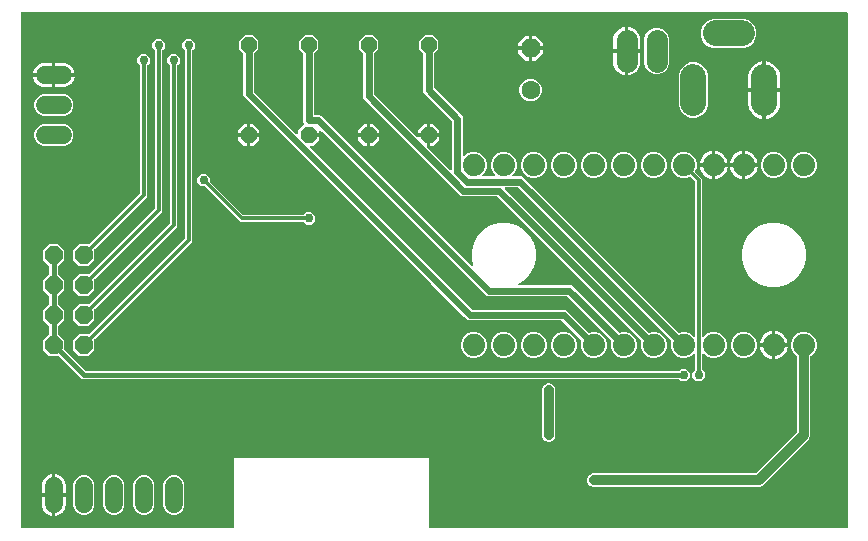
<source format=gbr>
G04 EAGLE Gerber X2 export*
%TF.Part,Single*%
%TF.FileFunction,Copper,L2,Bot,Mixed*%
%TF.FilePolarity,Positive*%
%TF.GenerationSoftware,Autodesk,EAGLE,9.1.0*%
%TF.CreationDate,2023-04-28T19:49:15Z*%
G75*
%MOMM*%
%FSLAX34Y34*%
%LPD*%
%AMOC8*
5,1,8,0,0,1.08239X$1,22.5*%
G01*
%ADD10C,1.879600*%
%ADD11P,1.649562X8X112.500000*%
%ADD12C,2.184400*%
%ADD13C,1.524000*%
%ADD14P,1.732040X8X112.500000*%
%ADD15C,1.600200*%
%ADD16C,1.800000*%
%ADD17P,1.429621X8X292.500000*%
%ADD18C,0.756400*%
%ADD19C,0.304800*%
%ADD20C,0.406400*%
%ADD21C,0.609600*%
%ADD22C,0.812800*%
%ADD23C,0.812800*%

G36*
X240558Y10164D02*
X240558Y10164D01*
X240577Y10162D01*
X240679Y10184D01*
X240781Y10200D01*
X240798Y10210D01*
X240818Y10214D01*
X240907Y10267D01*
X240998Y10316D01*
X241012Y10330D01*
X241029Y10340D01*
X241096Y10419D01*
X241168Y10494D01*
X241176Y10512D01*
X241189Y10527D01*
X241228Y10623D01*
X241271Y10717D01*
X241273Y10737D01*
X241281Y10755D01*
X241299Y10922D01*
X241299Y69850D01*
X241300Y69851D01*
X406400Y69851D01*
X406401Y69850D01*
X406401Y10922D01*
X406404Y10902D01*
X406402Y10883D01*
X406424Y10781D01*
X406440Y10679D01*
X406450Y10662D01*
X406454Y10642D01*
X406507Y10553D01*
X406556Y10462D01*
X406570Y10448D01*
X406580Y10431D01*
X406659Y10364D01*
X406734Y10292D01*
X406752Y10284D01*
X406767Y10271D01*
X406863Y10232D01*
X406957Y10189D01*
X406977Y10187D01*
X406995Y10179D01*
X407162Y10161D01*
X760478Y10161D01*
X760498Y10164D01*
X760517Y10162D01*
X760619Y10184D01*
X760721Y10200D01*
X760738Y10210D01*
X760758Y10214D01*
X760847Y10267D01*
X760938Y10316D01*
X760952Y10330D01*
X760969Y10340D01*
X761036Y10419D01*
X761108Y10494D01*
X761116Y10512D01*
X761129Y10527D01*
X761168Y10623D01*
X761211Y10717D01*
X761213Y10737D01*
X761221Y10755D01*
X761239Y10922D01*
X761239Y446178D01*
X761236Y446198D01*
X761238Y446217D01*
X761216Y446319D01*
X761200Y446421D01*
X761190Y446438D01*
X761186Y446458D01*
X761133Y446547D01*
X761084Y446638D01*
X761070Y446652D01*
X761060Y446669D01*
X760981Y446736D01*
X760906Y446808D01*
X760888Y446816D01*
X760873Y446829D01*
X760777Y446868D01*
X760683Y446911D01*
X760663Y446913D01*
X760645Y446921D01*
X760478Y446939D01*
X61722Y446939D01*
X61702Y446936D01*
X61683Y446938D01*
X61581Y446916D01*
X61479Y446900D01*
X61462Y446890D01*
X61442Y446886D01*
X61353Y446833D01*
X61262Y446784D01*
X61248Y446770D01*
X61231Y446760D01*
X61164Y446681D01*
X61092Y446606D01*
X61084Y446588D01*
X61071Y446573D01*
X61032Y446477D01*
X60989Y446383D01*
X60987Y446363D01*
X60979Y446345D01*
X60961Y446178D01*
X60961Y10922D01*
X60964Y10902D01*
X60962Y10883D01*
X60984Y10781D01*
X61000Y10679D01*
X61010Y10662D01*
X61014Y10642D01*
X61067Y10553D01*
X61116Y10462D01*
X61130Y10448D01*
X61140Y10431D01*
X61219Y10364D01*
X61294Y10292D01*
X61312Y10284D01*
X61327Y10271D01*
X61423Y10232D01*
X61517Y10189D01*
X61537Y10187D01*
X61555Y10179D01*
X61722Y10161D01*
X240538Y10161D01*
X240558Y10164D01*
G37*
%LPC*%
G36*
X543927Y154177D02*
X543927Y154177D01*
X539913Y155840D01*
X536840Y158913D01*
X535177Y162927D01*
X535177Y167273D01*
X535651Y168417D01*
X535678Y168531D01*
X535707Y168644D01*
X535706Y168651D01*
X535708Y168657D01*
X535697Y168773D01*
X535687Y168890D01*
X535685Y168895D01*
X535684Y168902D01*
X535637Y169009D01*
X535591Y169116D01*
X535586Y169122D01*
X535584Y169126D01*
X535572Y169140D01*
X535486Y169247D01*
X519029Y185704D01*
X518955Y185757D01*
X518885Y185817D01*
X518855Y185829D01*
X518829Y185848D01*
X518742Y185875D01*
X518657Y185909D01*
X518616Y185913D01*
X518594Y185920D01*
X518562Y185919D01*
X518491Y185927D01*
X439501Y185927D01*
X436599Y188829D01*
X409526Y215902D01*
X252329Y373099D01*
X249427Y376001D01*
X249427Y411862D01*
X249413Y411952D01*
X249405Y412043D01*
X249393Y412072D01*
X249388Y412104D01*
X249345Y412185D01*
X249309Y412269D01*
X249283Y412301D01*
X249272Y412322D01*
X249249Y412344D01*
X249204Y412400D01*
X245871Y415733D01*
X245871Y422467D01*
X250633Y427229D01*
X257367Y427229D01*
X262129Y422467D01*
X262129Y415733D01*
X258796Y412400D01*
X258743Y412326D01*
X258683Y412257D01*
X258671Y412226D01*
X258652Y412200D01*
X258625Y412113D01*
X258591Y412028D01*
X258587Y411987D01*
X258580Y411965D01*
X258581Y411933D01*
X258573Y411862D01*
X258573Y380104D01*
X258574Y380094D01*
X258574Y380089D01*
X258580Y380061D01*
X258587Y380014D01*
X258595Y379923D01*
X258607Y379893D01*
X258612Y379861D01*
X258655Y379781D01*
X258691Y379697D01*
X258717Y379665D01*
X258728Y379644D01*
X258751Y379622D01*
X258796Y379566D01*
X294356Y344006D01*
X294414Y343964D01*
X294466Y343915D01*
X294513Y343893D01*
X294555Y343862D01*
X294624Y343841D01*
X294689Y343811D01*
X294741Y343805D01*
X294791Y343790D01*
X294862Y343792D01*
X294933Y343784D01*
X294984Y343795D01*
X295036Y343796D01*
X295104Y343821D01*
X295174Y343836D01*
X295218Y343863D01*
X295267Y343881D01*
X295323Y343926D01*
X295385Y343962D01*
X295419Y344002D01*
X295459Y344034D01*
X295498Y344095D01*
X295545Y344149D01*
X295564Y344198D01*
X295592Y344241D01*
X295610Y344311D01*
X295637Y344377D01*
X295645Y344449D01*
X295653Y344480D01*
X295651Y344503D01*
X295655Y344544D01*
X295655Y346688D01*
X300912Y351945D01*
X300924Y351961D01*
X300939Y351973D01*
X300995Y352060D01*
X301056Y352144D01*
X301061Y352163D01*
X301072Y352180D01*
X301097Y352281D01*
X301128Y352379D01*
X301127Y352399D01*
X301132Y352419D01*
X301124Y352522D01*
X301122Y352625D01*
X301115Y352644D01*
X301113Y352664D01*
X301073Y352759D01*
X301037Y352856D01*
X301025Y352872D01*
X301017Y352890D01*
X300912Y353021D01*
X300227Y353706D01*
X300227Y411862D01*
X300213Y411952D01*
X300205Y412043D01*
X300193Y412072D01*
X300188Y412104D01*
X300145Y412185D01*
X300109Y412269D01*
X300083Y412301D01*
X300072Y412322D01*
X300049Y412344D01*
X300004Y412400D01*
X296671Y415733D01*
X296671Y422467D01*
X301433Y427229D01*
X308167Y427229D01*
X312929Y422467D01*
X312929Y415733D01*
X309596Y412400D01*
X309543Y412326D01*
X309483Y412257D01*
X309471Y412226D01*
X309452Y412200D01*
X309425Y412113D01*
X309391Y412028D01*
X309387Y411987D01*
X309380Y411965D01*
X309381Y411933D01*
X309373Y411862D01*
X309373Y360934D01*
X309376Y360914D01*
X309374Y360895D01*
X309396Y360793D01*
X309412Y360691D01*
X309422Y360674D01*
X309426Y360654D01*
X309479Y360565D01*
X309528Y360474D01*
X309542Y360460D01*
X309552Y360443D01*
X309631Y360376D01*
X309706Y360304D01*
X309724Y360296D01*
X309739Y360283D01*
X309835Y360244D01*
X309929Y360201D01*
X309949Y360199D01*
X309967Y360191D01*
X310134Y360173D01*
X314748Y360173D01*
X442734Y232187D01*
X442773Y232159D01*
X442805Y232124D01*
X442872Y232088D01*
X442933Y232044D01*
X442979Y232029D01*
X443021Y232006D01*
X443096Y231993D01*
X443169Y231971D01*
X443216Y231972D01*
X443264Y231964D01*
X443339Y231976D01*
X443414Y231978D01*
X443460Y231994D01*
X443507Y232001D01*
X443574Y232036D01*
X443645Y232062D01*
X443683Y232092D01*
X443725Y232114D01*
X443778Y232168D01*
X443837Y232216D01*
X443863Y232256D01*
X443897Y232290D01*
X443929Y232359D01*
X443970Y232423D01*
X443982Y232469D01*
X444003Y232512D01*
X444012Y232588D01*
X444031Y232661D01*
X444027Y232709D01*
X444033Y232757D01*
X444013Y232884D01*
X444011Y232906D01*
X444009Y232912D01*
X444007Y232922D01*
X442721Y237722D01*
X442721Y244878D01*
X444573Y251791D01*
X448152Y257988D01*
X453212Y263048D01*
X459409Y266627D01*
X466322Y268479D01*
X473478Y268479D01*
X480391Y266627D01*
X486588Y263048D01*
X491648Y257988D01*
X495227Y251791D01*
X497079Y244878D01*
X497079Y237722D01*
X495227Y230809D01*
X491648Y224612D01*
X486588Y219552D01*
X482285Y217067D01*
X482248Y217037D01*
X482206Y217014D01*
X482153Y216959D01*
X482095Y216911D01*
X482069Y216871D01*
X482036Y216836D01*
X482004Y216767D01*
X481964Y216703D01*
X481953Y216656D01*
X481933Y216613D01*
X481924Y216538D01*
X481907Y216464D01*
X481911Y216416D01*
X481905Y216369D01*
X481922Y216294D01*
X481928Y216219D01*
X481948Y216175D01*
X481958Y216128D01*
X481997Y216063D01*
X482027Y215994D01*
X482059Y215958D01*
X482084Y215917D01*
X482141Y215868D01*
X482192Y215812D01*
X482234Y215788D01*
X482271Y215757D01*
X482341Y215729D01*
X482407Y215692D01*
X482454Y215683D01*
X482499Y215665D01*
X482627Y215651D01*
X482649Y215647D01*
X482656Y215648D01*
X482666Y215647D01*
X527420Y215647D01*
X567353Y175714D01*
X567447Y175646D01*
X567542Y175576D01*
X567548Y175574D01*
X567553Y175570D01*
X567664Y175536D01*
X567776Y175500D01*
X567782Y175500D01*
X567788Y175498D01*
X567905Y175501D01*
X568022Y175502D01*
X568029Y175504D01*
X568034Y175504D01*
X568051Y175511D01*
X568183Y175549D01*
X569327Y176023D01*
X573673Y176023D01*
X577687Y174360D01*
X580760Y171287D01*
X582423Y167273D01*
X582423Y162927D01*
X580760Y158913D01*
X577687Y155840D01*
X573673Y154177D01*
X569327Y154177D01*
X565313Y155840D01*
X562240Y158913D01*
X560577Y162927D01*
X560577Y167273D01*
X561051Y168417D01*
X561078Y168531D01*
X561107Y168644D01*
X561106Y168651D01*
X561108Y168657D01*
X561097Y168773D01*
X561087Y168890D01*
X561085Y168895D01*
X561084Y168902D01*
X561037Y169009D01*
X560991Y169116D01*
X560986Y169122D01*
X560984Y169126D01*
X560972Y169140D01*
X560886Y169247D01*
X523855Y206278D01*
X523781Y206331D01*
X523711Y206391D01*
X523681Y206403D01*
X523655Y206422D01*
X523568Y206449D01*
X523483Y206483D01*
X523442Y206487D01*
X523420Y206494D01*
X523388Y206493D01*
X523317Y206501D01*
X455486Y206501D01*
X315244Y346743D01*
X315186Y346785D01*
X315134Y346834D01*
X315087Y346856D01*
X315045Y346886D01*
X314976Y346907D01*
X314911Y346938D01*
X314859Y346943D01*
X314809Y346959D01*
X314738Y346957D01*
X314667Y346965D01*
X314616Y346954D01*
X314564Y346952D01*
X314496Y346928D01*
X314426Y346913D01*
X314382Y346886D01*
X314333Y346868D01*
X314277Y346823D01*
X314215Y346786D01*
X314181Y346747D01*
X314141Y346714D01*
X314102Y346654D01*
X314055Y346599D01*
X314036Y346551D01*
X314008Y346507D01*
X313990Y346438D01*
X313963Y346371D01*
X313955Y346300D01*
X313947Y346269D01*
X313949Y346246D01*
X313945Y346205D01*
X313945Y344423D01*
X305562Y344423D01*
X305542Y344420D01*
X305523Y344422D01*
X305421Y344400D01*
X305319Y344383D01*
X305302Y344374D01*
X305282Y344370D01*
X305193Y344317D01*
X305102Y344268D01*
X305088Y344254D01*
X305071Y344244D01*
X305004Y344165D01*
X304933Y344090D01*
X304924Y344072D01*
X304911Y344057D01*
X304873Y343961D01*
X304829Y343867D01*
X304827Y343847D01*
X304819Y343829D01*
X304801Y343662D01*
X304801Y342138D01*
X304804Y342118D01*
X304802Y342099D01*
X304824Y341997D01*
X304841Y341895D01*
X304850Y341878D01*
X304854Y341858D01*
X304907Y341769D01*
X304956Y341678D01*
X304970Y341664D01*
X304980Y341647D01*
X305059Y341580D01*
X305134Y341509D01*
X305152Y341500D01*
X305167Y341487D01*
X305263Y341448D01*
X305357Y341405D01*
X305377Y341403D01*
X305395Y341395D01*
X305562Y341377D01*
X313945Y341377D01*
X313945Y339112D01*
X308588Y333755D01*
X306444Y333755D01*
X306373Y333744D01*
X306302Y333742D01*
X306253Y333724D01*
X306201Y333716D01*
X306138Y333682D01*
X306071Y333657D01*
X306030Y333625D01*
X305984Y333600D01*
X305935Y333548D01*
X305879Y333504D01*
X305850Y333460D01*
X305815Y333422D01*
X305784Y333357D01*
X305746Y333297D01*
X305733Y333246D01*
X305711Y333199D01*
X305703Y333128D01*
X305686Y333058D01*
X305690Y333006D01*
X305684Y332955D01*
X305699Y332884D01*
X305705Y332813D01*
X305725Y332765D01*
X305736Y332714D01*
X305773Y332653D01*
X305801Y332587D01*
X305846Y332531D01*
X305862Y332503D01*
X305880Y332488D01*
X305906Y332456D01*
X415993Y222369D01*
X415993Y222368D01*
X443066Y195296D01*
X443140Y195243D01*
X443209Y195183D01*
X443239Y195171D01*
X443266Y195152D01*
X443352Y195125D01*
X443437Y195091D01*
X443478Y195087D01*
X443501Y195080D01*
X443533Y195081D01*
X443604Y195073D01*
X522594Y195073D01*
X541953Y175714D01*
X542047Y175646D01*
X542142Y175576D01*
X542148Y175574D01*
X542153Y175570D01*
X542264Y175536D01*
X542376Y175500D01*
X542382Y175500D01*
X542388Y175498D01*
X542505Y175501D01*
X542622Y175502D01*
X542629Y175504D01*
X542634Y175504D01*
X542651Y175511D01*
X542783Y175549D01*
X543927Y176023D01*
X548273Y176023D01*
X552287Y174360D01*
X555360Y171287D01*
X557023Y167273D01*
X557023Y162927D01*
X555360Y158913D01*
X552287Y155840D01*
X548273Y154177D01*
X543927Y154177D01*
G37*
%LPD*%
%LPC*%
G36*
X632802Y134393D02*
X632802Y134393D01*
X629693Y137502D01*
X629693Y141898D01*
X631728Y143933D01*
X631781Y144007D01*
X631841Y144077D01*
X631853Y144107D01*
X631872Y144133D01*
X631899Y144220D01*
X631933Y144305D01*
X631937Y144346D01*
X631944Y144368D01*
X631943Y144400D01*
X631951Y144471D01*
X631951Y157466D01*
X631940Y157537D01*
X631938Y157609D01*
X631920Y157658D01*
X631912Y157709D01*
X631878Y157772D01*
X631853Y157840D01*
X631821Y157880D01*
X631796Y157927D01*
X631744Y157976D01*
X631700Y158032D01*
X631656Y158060D01*
X631618Y158096D01*
X631553Y158126D01*
X631493Y158165D01*
X631442Y158178D01*
X631395Y158200D01*
X631324Y158207D01*
X631254Y158225D01*
X631202Y158221D01*
X631151Y158227D01*
X631080Y158211D01*
X631009Y158206D01*
X630961Y158185D01*
X630910Y158174D01*
X630849Y158138D01*
X630783Y158109D01*
X630727Y158065D01*
X630699Y158048D01*
X630684Y158030D01*
X630652Y158005D01*
X628487Y155840D01*
X624473Y154177D01*
X620127Y154177D01*
X616113Y155840D01*
X613040Y158913D01*
X611377Y162927D01*
X611377Y167273D01*
X611851Y168417D01*
X611878Y168531D01*
X611907Y168644D01*
X611906Y168651D01*
X611908Y168657D01*
X611897Y168773D01*
X611887Y168890D01*
X611885Y168895D01*
X611884Y168902D01*
X611836Y169010D01*
X611791Y169116D01*
X611787Y169122D01*
X611784Y169126D01*
X611772Y169140D01*
X611686Y169247D01*
X482199Y298734D01*
X482125Y298787D01*
X482055Y298847D01*
X482025Y298859D01*
X481999Y298878D01*
X481912Y298905D01*
X481827Y298939D01*
X481786Y298943D01*
X481764Y298950D01*
X481732Y298949D01*
X481661Y298957D01*
X471347Y298957D01*
X471277Y298946D01*
X471205Y298944D01*
X471156Y298926D01*
X471105Y298918D01*
X471041Y298884D01*
X470974Y298859D01*
X470933Y298827D01*
X470887Y298802D01*
X470838Y298750D01*
X470782Y298706D01*
X470754Y298662D01*
X470718Y298624D01*
X470688Y298559D01*
X470649Y298499D01*
X470636Y298448D01*
X470614Y298401D01*
X470606Y298330D01*
X470589Y298260D01*
X470593Y298208D01*
X470587Y298157D01*
X470602Y298086D01*
X470608Y298015D01*
X470628Y297967D01*
X470639Y297916D01*
X470676Y297855D01*
X470704Y297789D01*
X470749Y297733D01*
X470766Y297705D01*
X470783Y297690D01*
X470809Y297658D01*
X470886Y297581D01*
X592753Y175714D01*
X592847Y175646D01*
X592942Y175576D01*
X592948Y175574D01*
X592953Y175570D01*
X593064Y175536D01*
X593176Y175500D01*
X593182Y175500D01*
X593188Y175498D01*
X593305Y175501D01*
X593422Y175502D01*
X593429Y175504D01*
X593434Y175504D01*
X593451Y175511D01*
X593583Y175549D01*
X594727Y176023D01*
X599073Y176023D01*
X603087Y174360D01*
X606160Y171287D01*
X607823Y167273D01*
X607823Y162927D01*
X606160Y158913D01*
X603087Y155840D01*
X599073Y154177D01*
X594727Y154177D01*
X590713Y155840D01*
X587640Y158913D01*
X585977Y162927D01*
X585977Y167273D01*
X586451Y168417D01*
X586478Y168531D01*
X586507Y168644D01*
X586506Y168651D01*
X586508Y168657D01*
X586497Y168773D01*
X586487Y168890D01*
X586485Y168895D01*
X586484Y168902D01*
X586437Y169009D01*
X586391Y169116D01*
X586386Y169122D01*
X586384Y169126D01*
X586372Y169140D01*
X586286Y169247D01*
X464419Y291114D01*
X464345Y291167D01*
X464275Y291227D01*
X464245Y291239D01*
X464219Y291258D01*
X464132Y291285D01*
X464047Y291319D01*
X464006Y291323D01*
X463984Y291330D01*
X463952Y291329D01*
X463881Y291337D01*
X433663Y291337D01*
X351027Y373973D01*
X351027Y411862D01*
X351013Y411952D01*
X351005Y412043D01*
X350993Y412072D01*
X350988Y412104D01*
X350945Y412185D01*
X350909Y412269D01*
X350883Y412301D01*
X350872Y412322D01*
X350849Y412344D01*
X350804Y412400D01*
X347471Y415733D01*
X347471Y422467D01*
X352233Y427229D01*
X358967Y427229D01*
X363729Y422467D01*
X363729Y415733D01*
X360396Y412400D01*
X360343Y412326D01*
X360283Y412257D01*
X360271Y412226D01*
X360252Y412200D01*
X360225Y412113D01*
X360191Y412028D01*
X360187Y411987D01*
X360180Y411965D01*
X360181Y411933D01*
X360173Y411862D01*
X360173Y378076D01*
X360187Y377986D01*
X360195Y377895D01*
X360207Y377866D01*
X360212Y377834D01*
X360255Y377753D01*
X360291Y377669D01*
X360317Y377637D01*
X360328Y377616D01*
X360351Y377594D01*
X360396Y377538D01*
X396334Y341600D01*
X396408Y341547D01*
X396478Y341487D01*
X396508Y341475D01*
X396534Y341456D01*
X396621Y341429D01*
X396706Y341395D01*
X396747Y341391D01*
X396769Y341384D01*
X396801Y341385D01*
X396872Y341377D01*
X404877Y341377D01*
X404877Y333372D01*
X404892Y333282D01*
X404899Y333191D01*
X404911Y333162D01*
X404917Y333130D01*
X404959Y333049D01*
X404995Y332965D01*
X405021Y332933D01*
X405032Y332912D01*
X405055Y332890D01*
X405100Y332834D01*
X424658Y313276D01*
X424716Y313234D01*
X424768Y313185D01*
X424815Y313163D01*
X424857Y313133D01*
X424926Y313112D01*
X424991Y313081D01*
X425043Y313076D01*
X425093Y313060D01*
X425164Y313062D01*
X425235Y313054D01*
X425286Y313065D01*
X425338Y313067D01*
X425406Y313091D01*
X425476Y313106D01*
X425521Y313133D01*
X425569Y313151D01*
X425625Y313196D01*
X425687Y313233D01*
X425721Y313272D01*
X425761Y313305D01*
X425800Y313365D01*
X425847Y313420D01*
X425866Y313468D01*
X425894Y313512D01*
X425912Y313581D01*
X425939Y313648D01*
X425947Y313719D01*
X425955Y313750D01*
X425953Y313773D01*
X425957Y313814D01*
X425957Y354661D01*
X425943Y354751D01*
X425935Y354842D01*
X425923Y354871D01*
X425918Y354903D01*
X425875Y354984D01*
X425839Y355068D01*
X425813Y355100D01*
X425802Y355121D01*
X425779Y355143D01*
X425734Y355199D01*
X401827Y379106D01*
X401827Y411862D01*
X401813Y411952D01*
X401805Y412043D01*
X401793Y412072D01*
X401788Y412104D01*
X401745Y412185D01*
X401709Y412269D01*
X401683Y412301D01*
X401672Y412322D01*
X401649Y412344D01*
X401604Y412400D01*
X398271Y415733D01*
X398271Y422467D01*
X403033Y427229D01*
X409767Y427229D01*
X414529Y422467D01*
X414529Y415733D01*
X411196Y412400D01*
X411143Y412326D01*
X411083Y412257D01*
X411071Y412226D01*
X411052Y412200D01*
X411025Y412113D01*
X410991Y412028D01*
X410987Y411987D01*
X410980Y411965D01*
X410981Y411933D01*
X410973Y411862D01*
X410973Y383209D01*
X410987Y383119D01*
X410995Y383028D01*
X411007Y382999D01*
X411012Y382967D01*
X411055Y382886D01*
X411091Y382802D01*
X411117Y382770D01*
X411128Y382749D01*
X411151Y382727D01*
X411196Y382671D01*
X435103Y358764D01*
X435103Y325388D01*
X435114Y325317D01*
X435116Y325245D01*
X435134Y325196D01*
X435142Y325145D01*
X435176Y325082D01*
X435201Y325014D01*
X435233Y324974D01*
X435258Y324927D01*
X435310Y324878D01*
X435354Y324822D01*
X435398Y324794D01*
X435436Y324758D01*
X435501Y324728D01*
X435561Y324689D01*
X435612Y324676D01*
X435659Y324654D01*
X435730Y324647D01*
X435800Y324629D01*
X435852Y324633D01*
X435903Y324627D01*
X435974Y324643D01*
X436045Y324648D01*
X436093Y324669D01*
X436144Y324680D01*
X436205Y324716D01*
X436271Y324745D01*
X436327Y324789D01*
X436355Y324806D01*
X436370Y324824D01*
X436402Y324849D01*
X438313Y326760D01*
X442327Y328423D01*
X446673Y328423D01*
X450687Y326760D01*
X453760Y323687D01*
X455423Y319673D01*
X455423Y315327D01*
X453760Y311313D01*
X451849Y309402D01*
X451807Y309344D01*
X451758Y309292D01*
X451736Y309245D01*
X451706Y309203D01*
X451685Y309134D01*
X451654Y309069D01*
X451649Y309017D01*
X451633Y308967D01*
X451635Y308896D01*
X451627Y308825D01*
X451638Y308774D01*
X451640Y308722D01*
X451664Y308654D01*
X451680Y308584D01*
X451706Y308539D01*
X451724Y308491D01*
X451769Y308435D01*
X451806Y308373D01*
X451845Y308339D01*
X451878Y308299D01*
X451938Y308260D01*
X451993Y308213D01*
X452041Y308194D01*
X452085Y308166D01*
X452154Y308148D01*
X452221Y308121D01*
X452292Y308113D01*
X452323Y308105D01*
X452347Y308107D01*
X452388Y308103D01*
X462012Y308103D01*
X462083Y308114D01*
X462155Y308116D01*
X462204Y308134D01*
X462255Y308142D01*
X462318Y308176D01*
X462386Y308201D01*
X462426Y308233D01*
X462473Y308258D01*
X462522Y308310D01*
X462578Y308354D01*
X462606Y308398D01*
X462642Y308436D01*
X462672Y308501D01*
X462711Y308561D01*
X462724Y308612D01*
X462746Y308659D01*
X462753Y308730D01*
X462771Y308800D01*
X462767Y308852D01*
X462773Y308903D01*
X462757Y308974D01*
X462752Y309045D01*
X462731Y309093D01*
X462720Y309144D01*
X462684Y309205D01*
X462655Y309271D01*
X462611Y309327D01*
X462594Y309355D01*
X462576Y309370D01*
X462551Y309402D01*
X460640Y311313D01*
X458977Y315327D01*
X458977Y319673D01*
X460640Y323687D01*
X463713Y326760D01*
X467727Y328423D01*
X472073Y328423D01*
X476087Y326760D01*
X479160Y323687D01*
X480823Y319673D01*
X480823Y315327D01*
X479160Y311313D01*
X477249Y309402D01*
X477207Y309344D01*
X477158Y309292D01*
X477136Y309245D01*
X477106Y309203D01*
X477085Y309134D01*
X477054Y309069D01*
X477049Y309017D01*
X477033Y308967D01*
X477035Y308896D01*
X477027Y308825D01*
X477038Y308774D01*
X477040Y308722D01*
X477064Y308654D01*
X477080Y308584D01*
X477106Y308539D01*
X477124Y308491D01*
X477169Y308435D01*
X477206Y308373D01*
X477245Y308339D01*
X477278Y308299D01*
X477338Y308260D01*
X477393Y308213D01*
X477441Y308194D01*
X477485Y308166D01*
X477554Y308148D01*
X477621Y308121D01*
X477692Y308113D01*
X477723Y308105D01*
X477747Y308107D01*
X477788Y308103D01*
X485764Y308103D01*
X488666Y305201D01*
X618153Y175714D01*
X618248Y175645D01*
X618342Y175576D01*
X618348Y175574D01*
X618353Y175570D01*
X618464Y175536D01*
X618576Y175500D01*
X618582Y175500D01*
X618588Y175498D01*
X618705Y175501D01*
X618822Y175502D01*
X618829Y175504D01*
X618834Y175504D01*
X618851Y175511D01*
X618983Y175549D01*
X620127Y176023D01*
X624473Y176023D01*
X628487Y174360D01*
X630652Y172195D01*
X630710Y172153D01*
X630762Y172104D01*
X630809Y172082D01*
X630851Y172052D01*
X630920Y172031D01*
X630985Y172000D01*
X631037Y171995D01*
X631087Y171979D01*
X631158Y171981D01*
X631229Y171973D01*
X631280Y171984D01*
X631332Y171986D01*
X631400Y172010D01*
X631470Y172026D01*
X631515Y172052D01*
X631563Y172070D01*
X631619Y172115D01*
X631681Y172152D01*
X631715Y172191D01*
X631755Y172224D01*
X631794Y172284D01*
X631841Y172339D01*
X631860Y172387D01*
X631888Y172431D01*
X631906Y172500D01*
X631933Y172567D01*
X631941Y172638D01*
X631949Y172669D01*
X631947Y172693D01*
X631951Y172734D01*
X631951Y303222D01*
X631937Y303312D01*
X631929Y303403D01*
X631917Y303433D01*
X631912Y303465D01*
X631869Y303545D01*
X631833Y303629D01*
X631807Y303661D01*
X631796Y303682D01*
X631773Y303704D01*
X631756Y303725D01*
X631752Y303733D01*
X631747Y303737D01*
X631728Y303760D01*
X627971Y307518D01*
X627876Y307585D01*
X627782Y307656D01*
X627776Y307658D01*
X627771Y307661D01*
X627660Y307695D01*
X627548Y307732D01*
X627542Y307732D01*
X627536Y307734D01*
X627419Y307730D01*
X627302Y307729D01*
X627295Y307727D01*
X627290Y307727D01*
X627273Y307721D01*
X627141Y307683D01*
X624473Y306577D01*
X620127Y306577D01*
X616113Y308240D01*
X613040Y311313D01*
X611377Y315327D01*
X611377Y319673D01*
X613040Y323687D01*
X616113Y326760D01*
X620127Y328423D01*
X624473Y328423D01*
X628487Y326760D01*
X631560Y323687D01*
X633223Y319673D01*
X633223Y315327D01*
X632117Y312659D01*
X632107Y312616D01*
X632091Y312582D01*
X632085Y312522D01*
X632062Y312432D01*
X632063Y312425D01*
X632061Y312419D01*
X632067Y312360D01*
X632064Y312338D01*
X632072Y312301D01*
X632081Y312186D01*
X632084Y312181D01*
X632084Y312174D01*
X632115Y312106D01*
X632117Y312097D01*
X632125Y312084D01*
X632132Y312067D01*
X632178Y311960D01*
X632182Y311954D01*
X632184Y311950D01*
X632197Y311936D01*
X632282Y311829D01*
X638049Y306063D01*
X638049Y172734D01*
X638060Y172663D01*
X638062Y172591D01*
X638080Y172542D01*
X638088Y172491D01*
X638122Y172428D01*
X638147Y172360D01*
X638179Y172320D01*
X638204Y172273D01*
X638256Y172224D01*
X638300Y172168D01*
X638344Y172140D01*
X638382Y172104D01*
X638447Y172074D01*
X638507Y172035D01*
X638558Y172022D01*
X638605Y172000D01*
X638676Y171993D01*
X638746Y171975D01*
X638798Y171979D01*
X638849Y171973D01*
X638920Y171989D01*
X638991Y171994D01*
X639039Y172015D01*
X639090Y172026D01*
X639151Y172062D01*
X639217Y172091D01*
X639273Y172135D01*
X639301Y172152D01*
X639316Y172170D01*
X639348Y172195D01*
X641513Y174360D01*
X645527Y176023D01*
X649873Y176023D01*
X653887Y174360D01*
X656960Y171287D01*
X658623Y167273D01*
X658623Y162927D01*
X656960Y158913D01*
X653887Y155840D01*
X649873Y154177D01*
X645527Y154177D01*
X641513Y155840D01*
X639348Y158005D01*
X639290Y158047D01*
X639238Y158096D01*
X639191Y158118D01*
X639149Y158148D01*
X639080Y158169D01*
X639015Y158200D01*
X638963Y158205D01*
X638913Y158221D01*
X638842Y158219D01*
X638771Y158227D01*
X638720Y158216D01*
X638668Y158214D01*
X638600Y158190D01*
X638530Y158174D01*
X638485Y158148D01*
X638437Y158130D01*
X638381Y158085D01*
X638319Y158048D01*
X638285Y158009D01*
X638245Y157976D01*
X638206Y157916D01*
X638159Y157861D01*
X638140Y157813D01*
X638112Y157769D01*
X638094Y157700D01*
X638067Y157633D01*
X638059Y157562D01*
X638051Y157531D01*
X638053Y157507D01*
X638049Y157466D01*
X638049Y144471D01*
X638063Y144381D01*
X638071Y144290D01*
X638083Y144261D01*
X638088Y144229D01*
X638131Y144148D01*
X638167Y144064D01*
X638193Y144032D01*
X638204Y144011D01*
X638227Y143989D01*
X638272Y143933D01*
X640307Y141898D01*
X640307Y137502D01*
X637198Y134393D01*
X632802Y134393D01*
G37*
%LPD*%
%LPC*%
G36*
X620102Y134393D02*
X620102Y134393D01*
X618575Y135920D01*
X618501Y135973D01*
X618431Y136033D01*
X618401Y136045D01*
X618375Y136064D01*
X618288Y136091D01*
X618203Y136125D01*
X618162Y136129D01*
X618140Y136136D01*
X618108Y136135D01*
X618037Y136143D01*
X112827Y136143D01*
X93238Y155732D01*
X93164Y155785D01*
X93094Y155845D01*
X93064Y155857D01*
X93038Y155876D01*
X92951Y155903D01*
X92866Y155937D01*
X92825Y155941D01*
X92803Y155948D01*
X92771Y155947D01*
X92699Y155955D01*
X85112Y155955D01*
X79755Y161312D01*
X79755Y168888D01*
X85120Y174253D01*
X85173Y174327D01*
X85233Y174396D01*
X85245Y174426D01*
X85264Y174453D01*
X85291Y174540D01*
X85325Y174624D01*
X85329Y174665D01*
X85336Y174688D01*
X85335Y174720D01*
X85343Y174791D01*
X85343Y180809D01*
X85329Y180899D01*
X85321Y180990D01*
X85309Y181020D01*
X85304Y181052D01*
X85261Y181132D01*
X85225Y181216D01*
X85199Y181248D01*
X85188Y181269D01*
X85165Y181291D01*
X85120Y181347D01*
X79755Y186712D01*
X79755Y194288D01*
X85120Y199653D01*
X85173Y199727D01*
X85233Y199796D01*
X85245Y199826D01*
X85264Y199853D01*
X85291Y199940D01*
X85325Y200024D01*
X85329Y200065D01*
X85336Y200088D01*
X85335Y200120D01*
X85343Y200191D01*
X85343Y206209D01*
X85329Y206299D01*
X85321Y206390D01*
X85309Y206420D01*
X85304Y206452D01*
X85261Y206532D01*
X85225Y206616D01*
X85199Y206648D01*
X85188Y206669D01*
X85165Y206691D01*
X85120Y206747D01*
X79755Y212112D01*
X79755Y219688D01*
X85120Y225053D01*
X85172Y225125D01*
X85212Y225166D01*
X85217Y225177D01*
X85233Y225196D01*
X85245Y225226D01*
X85264Y225253D01*
X85288Y225331D01*
X85315Y225389D01*
X85317Y225405D01*
X85325Y225424D01*
X85329Y225465D01*
X85336Y225488D01*
X85335Y225520D01*
X85343Y225591D01*
X85343Y231609D01*
X85329Y231699D01*
X85321Y231790D01*
X85309Y231820D01*
X85304Y231852D01*
X85261Y231932D01*
X85225Y232016D01*
X85199Y232048D01*
X85188Y232069D01*
X85165Y232091D01*
X85120Y232147D01*
X79755Y237512D01*
X79755Y245088D01*
X85112Y250445D01*
X92688Y250445D01*
X98045Y245088D01*
X98045Y237512D01*
X92680Y232147D01*
X92627Y232073D01*
X92567Y232004D01*
X92555Y231974D01*
X92536Y231947D01*
X92509Y231860D01*
X92475Y231776D01*
X92471Y231735D01*
X92464Y231712D01*
X92465Y231680D01*
X92457Y231609D01*
X92457Y225591D01*
X92460Y225573D01*
X92458Y225555D01*
X92473Y225487D01*
X92479Y225410D01*
X92491Y225380D01*
X92496Y225348D01*
X92507Y225329D01*
X92510Y225315D01*
X92542Y225261D01*
X92575Y225184D01*
X92601Y225152D01*
X92612Y225131D01*
X92631Y225113D01*
X92636Y225104D01*
X92646Y225096D01*
X92680Y225053D01*
X98045Y219688D01*
X98045Y212112D01*
X92680Y206747D01*
X92627Y206673D01*
X92567Y206604D01*
X92555Y206574D01*
X92536Y206547D01*
X92509Y206460D01*
X92475Y206376D01*
X92471Y206335D01*
X92464Y206312D01*
X92465Y206280D01*
X92457Y206209D01*
X92457Y200191D01*
X92471Y200101D01*
X92479Y200010D01*
X92491Y199980D01*
X92496Y199948D01*
X92539Y199868D01*
X92575Y199784D01*
X92601Y199752D01*
X92612Y199731D01*
X92635Y199709D01*
X92680Y199653D01*
X98045Y194288D01*
X98045Y186712D01*
X92680Y181347D01*
X92627Y181273D01*
X92567Y181204D01*
X92555Y181174D01*
X92536Y181147D01*
X92509Y181060D01*
X92475Y180976D01*
X92471Y180935D01*
X92464Y180912D01*
X92465Y180880D01*
X92457Y180809D01*
X92457Y174791D01*
X92471Y174701D01*
X92479Y174610D01*
X92491Y174580D01*
X92496Y174548D01*
X92539Y174468D01*
X92575Y174384D01*
X92601Y174352D01*
X92612Y174331D01*
X92635Y174309D01*
X92680Y174253D01*
X98045Y168888D01*
X98045Y161301D01*
X98059Y161210D01*
X98067Y161120D01*
X98079Y161090D01*
X98084Y161058D01*
X98127Y160977D01*
X98163Y160893D01*
X98189Y160861D01*
X98200Y160840D01*
X98223Y160818D01*
X98268Y160762D01*
X115550Y143480D01*
X115624Y143427D01*
X115694Y143367D01*
X115724Y143355D01*
X115750Y143336D01*
X115837Y143309D01*
X115922Y143275D01*
X115963Y143271D01*
X115985Y143264D01*
X116017Y143265D01*
X116089Y143257D01*
X618037Y143257D01*
X618127Y143271D01*
X618218Y143279D01*
X618247Y143291D01*
X618279Y143296D01*
X618360Y143339D01*
X618444Y143375D01*
X618476Y143401D01*
X618497Y143412D01*
X618519Y143435D01*
X618575Y143480D01*
X620102Y145007D01*
X624498Y145007D01*
X627607Y141898D01*
X627607Y137502D01*
X624498Y134393D01*
X620102Y134393D01*
G37*
%LPD*%
%LPC*%
G36*
X544988Y45211D02*
X544988Y45211D01*
X544447Y45435D01*
X544384Y45450D01*
X544323Y45475D01*
X544240Y45484D01*
X544208Y45491D01*
X544189Y45490D01*
X544156Y45493D01*
X543902Y45493D01*
X543722Y45673D01*
X543669Y45711D01*
X543622Y45757D01*
X543549Y45797D01*
X543522Y45817D01*
X543504Y45822D01*
X543475Y45838D01*
X542934Y46062D01*
X541362Y47634D01*
X541138Y48175D01*
X541103Y48231D01*
X541078Y48291D01*
X541026Y48356D01*
X541008Y48384D01*
X540993Y48397D01*
X540973Y48422D01*
X540793Y48602D01*
X540793Y48856D01*
X540783Y48921D01*
X540782Y48986D01*
X540759Y49066D01*
X540754Y49099D01*
X540744Y49116D01*
X540735Y49147D01*
X540511Y49688D01*
X540511Y51912D01*
X540735Y52453D01*
X540750Y52516D01*
X540775Y52577D01*
X540784Y52660D01*
X540791Y52692D01*
X540790Y52711D01*
X540793Y52744D01*
X540793Y52998D01*
X540973Y53178D01*
X541011Y53231D01*
X541057Y53278D01*
X541097Y53351D01*
X541117Y53378D01*
X541122Y53396D01*
X541138Y53425D01*
X541362Y53966D01*
X542934Y55538D01*
X543475Y55762D01*
X543531Y55797D01*
X543591Y55822D01*
X543656Y55874D01*
X543684Y55892D01*
X543697Y55907D01*
X543722Y55927D01*
X543902Y56107D01*
X544156Y56107D01*
X544221Y56117D01*
X544286Y56118D01*
X544366Y56141D01*
X544399Y56146D01*
X544416Y56156D01*
X544447Y56165D01*
X544988Y56389D01*
X683170Y56389D01*
X683260Y56403D01*
X683351Y56411D01*
X683381Y56423D01*
X683412Y56428D01*
X683493Y56471D01*
X683577Y56507D01*
X683609Y56533D01*
X683630Y56544D01*
X683652Y56567D01*
X683708Y56612D01*
X718088Y90992D01*
X718141Y91066D01*
X718201Y91135D01*
X718213Y91166D01*
X718232Y91192D01*
X718259Y91279D01*
X718293Y91364D01*
X718297Y91404D01*
X718304Y91427D01*
X718303Y91459D01*
X718311Y91530D01*
X718311Y155084D01*
X718293Y155198D01*
X718275Y155315D01*
X718273Y155320D01*
X718272Y155326D01*
X718217Y155429D01*
X718164Y155534D01*
X718159Y155538D01*
X718156Y155544D01*
X718072Y155624D01*
X717988Y155706D01*
X717982Y155710D01*
X717978Y155713D01*
X717961Y155721D01*
X717841Y155787D01*
X717713Y155840D01*
X714640Y158913D01*
X712977Y162927D01*
X712977Y167273D01*
X714640Y171287D01*
X717713Y174360D01*
X721727Y176023D01*
X726073Y176023D01*
X730087Y174360D01*
X733160Y171287D01*
X734823Y167273D01*
X734823Y162927D01*
X733160Y158913D01*
X730087Y155840D01*
X729959Y155787D01*
X729860Y155726D01*
X729759Y155665D01*
X729755Y155661D01*
X729750Y155657D01*
X729675Y155567D01*
X729599Y155478D01*
X729597Y155473D01*
X729593Y155468D01*
X729551Y155360D01*
X729507Y155250D01*
X729506Y155243D01*
X729505Y155238D01*
X729504Y155220D01*
X729489Y155084D01*
X729489Y87788D01*
X728638Y85734D01*
X688966Y46062D01*
X686912Y45211D01*
X544988Y45211D01*
G37*
%LPD*%
%LPC*%
G36*
X694922Y214121D02*
X694922Y214121D01*
X688009Y215973D01*
X681812Y219552D01*
X676752Y224612D01*
X673173Y230809D01*
X671321Y237722D01*
X671321Y244878D01*
X673173Y251791D01*
X676752Y257988D01*
X681812Y263048D01*
X688009Y266627D01*
X694922Y268479D01*
X702078Y268479D01*
X708991Y266627D01*
X715188Y263048D01*
X720248Y257988D01*
X723827Y251791D01*
X725679Y244878D01*
X725679Y237722D01*
X723827Y230809D01*
X720248Y224612D01*
X715188Y219552D01*
X708991Y215973D01*
X702078Y214121D01*
X694922Y214121D01*
G37*
%LPD*%
%LPC*%
G36*
X110512Y155955D02*
X110512Y155955D01*
X105155Y161312D01*
X105155Y168888D01*
X110512Y174245D01*
X118092Y174245D01*
X118101Y174233D01*
X118188Y174177D01*
X118272Y174117D01*
X118291Y174111D01*
X118308Y174100D01*
X118408Y174075D01*
X118507Y174044D01*
X118527Y174045D01*
X118546Y174040D01*
X118649Y174048D01*
X118753Y174051D01*
X118772Y174058D01*
X118792Y174059D01*
X118886Y174100D01*
X118984Y174135D01*
X119000Y174148D01*
X119018Y174156D01*
X119149Y174260D01*
X199928Y255040D01*
X199981Y255114D01*
X200041Y255183D01*
X200053Y255213D01*
X200072Y255240D01*
X200099Y255327D01*
X200133Y255411D01*
X200137Y255452D01*
X200144Y255475D01*
X200143Y255507D01*
X200151Y255578D01*
X200151Y414329D01*
X200137Y414419D01*
X200129Y414510D01*
X200117Y414539D01*
X200112Y414571D01*
X200069Y414652D01*
X200033Y414736D01*
X200007Y414768D01*
X199996Y414789D01*
X199973Y414811D01*
X199928Y414867D01*
X197893Y416902D01*
X197893Y421298D01*
X201002Y424407D01*
X205398Y424407D01*
X208507Y421298D01*
X208507Y416902D01*
X206472Y414867D01*
X206419Y414793D01*
X206359Y414723D01*
X206347Y414693D01*
X206328Y414667D01*
X206301Y414580D01*
X206267Y414495D01*
X206263Y414454D01*
X206256Y414432D01*
X206257Y414400D01*
X206249Y414329D01*
X206249Y252737D01*
X204240Y250728D01*
X123460Y169949D01*
X123449Y169933D01*
X123433Y169920D01*
X123377Y169833D01*
X123317Y169749D01*
X123311Y169730D01*
X123300Y169713D01*
X123275Y169613D01*
X123244Y169514D01*
X123245Y169494D01*
X123240Y169475D01*
X123248Y169372D01*
X123251Y169268D01*
X123258Y169249D01*
X123259Y169230D01*
X123300Y169135D01*
X123335Y169037D01*
X123348Y169021D01*
X123356Y169003D01*
X123445Y168892D01*
X123445Y161312D01*
X118088Y155955D01*
X110512Y155955D01*
G37*
%LPD*%
%LPC*%
G36*
X110512Y181355D02*
X110512Y181355D01*
X105155Y186712D01*
X105155Y194288D01*
X110512Y199645D01*
X118092Y199645D01*
X118101Y199633D01*
X118188Y199577D01*
X118272Y199517D01*
X118291Y199511D01*
X118308Y199500D01*
X118408Y199475D01*
X118507Y199444D01*
X118527Y199445D01*
X118546Y199440D01*
X118649Y199448D01*
X118753Y199451D01*
X118772Y199458D01*
X118791Y199459D01*
X118887Y199500D01*
X118984Y199535D01*
X118999Y199548D01*
X119018Y199556D01*
X119149Y199660D01*
X187228Y267740D01*
X187281Y267814D01*
X187341Y267883D01*
X187353Y267913D01*
X187372Y267940D01*
X187399Y268027D01*
X187433Y268111D01*
X187437Y268152D01*
X187444Y268175D01*
X187443Y268207D01*
X187451Y268278D01*
X187451Y401629D01*
X187437Y401719D01*
X187429Y401810D01*
X187417Y401839D01*
X187412Y401871D01*
X187369Y401952D01*
X187333Y402036D01*
X187307Y402068D01*
X187296Y402089D01*
X187273Y402111D01*
X187228Y402167D01*
X185193Y404202D01*
X185193Y408598D01*
X188302Y411707D01*
X192698Y411707D01*
X195807Y408598D01*
X195807Y404202D01*
X193772Y402167D01*
X193719Y402093D01*
X193659Y402023D01*
X193647Y401993D01*
X193628Y401967D01*
X193601Y401880D01*
X193567Y401795D01*
X193563Y401754D01*
X193556Y401732D01*
X193557Y401700D01*
X193549Y401629D01*
X193549Y265437D01*
X123460Y195349D01*
X123449Y195333D01*
X123433Y195320D01*
X123377Y195233D01*
X123317Y195149D01*
X123311Y195130D01*
X123300Y195113D01*
X123275Y195013D01*
X123244Y194914D01*
X123245Y194894D01*
X123240Y194875D01*
X123248Y194772D01*
X123251Y194668D01*
X123258Y194649D01*
X123259Y194629D01*
X123300Y194535D01*
X123335Y194437D01*
X123348Y194421D01*
X123356Y194403D01*
X123445Y194292D01*
X123445Y186712D01*
X118088Y181355D01*
X110512Y181355D01*
G37*
%LPD*%
%LPC*%
G36*
X110512Y206755D02*
X110512Y206755D01*
X105155Y212112D01*
X105155Y219688D01*
X110512Y225045D01*
X118092Y225045D01*
X118101Y225033D01*
X118188Y224977D01*
X118272Y224917D01*
X118291Y224911D01*
X118308Y224900D01*
X118408Y224875D01*
X118507Y224844D01*
X118527Y224845D01*
X118546Y224840D01*
X118649Y224848D01*
X118753Y224851D01*
X118772Y224858D01*
X118791Y224859D01*
X118887Y224900D01*
X118984Y224935D01*
X118999Y224948D01*
X119018Y224956D01*
X119149Y225060D01*
X174528Y280440D01*
X174581Y280514D01*
X174641Y280583D01*
X174653Y280613D01*
X174672Y280640D01*
X174699Y280727D01*
X174733Y280811D01*
X174737Y280852D01*
X174744Y280875D01*
X174743Y280907D01*
X174751Y280978D01*
X174751Y414329D01*
X174737Y414419D01*
X174729Y414510D01*
X174717Y414539D01*
X174712Y414571D01*
X174669Y414652D01*
X174633Y414736D01*
X174607Y414768D01*
X174596Y414789D01*
X174573Y414811D01*
X174528Y414867D01*
X172493Y416902D01*
X172493Y421298D01*
X175602Y424407D01*
X179998Y424407D01*
X183107Y421298D01*
X183107Y416902D01*
X181072Y414867D01*
X181019Y414793D01*
X180959Y414723D01*
X180947Y414693D01*
X180928Y414667D01*
X180901Y414580D01*
X180867Y414495D01*
X180863Y414454D01*
X180856Y414432D01*
X180857Y414400D01*
X180849Y414329D01*
X180849Y278137D01*
X123460Y220749D01*
X123449Y220733D01*
X123433Y220720D01*
X123377Y220633D01*
X123317Y220549D01*
X123311Y220530D01*
X123300Y220513D01*
X123275Y220413D01*
X123244Y220314D01*
X123245Y220294D01*
X123240Y220275D01*
X123248Y220172D01*
X123251Y220068D01*
X123258Y220049D01*
X123259Y220029D01*
X123300Y219935D01*
X123335Y219837D01*
X123348Y219821D01*
X123356Y219803D01*
X123445Y219692D01*
X123445Y212112D01*
X118088Y206755D01*
X110512Y206755D01*
G37*
%LPD*%
%LPC*%
G36*
X110512Y232155D02*
X110512Y232155D01*
X105155Y237512D01*
X105155Y245088D01*
X110512Y250445D01*
X118092Y250445D01*
X118101Y250433D01*
X118188Y250377D01*
X118272Y250317D01*
X118291Y250311D01*
X118308Y250300D01*
X118408Y250275D01*
X118507Y250244D01*
X118527Y250245D01*
X118546Y250240D01*
X118649Y250248D01*
X118753Y250251D01*
X118772Y250258D01*
X118791Y250259D01*
X118887Y250300D01*
X118984Y250335D01*
X118999Y250348D01*
X119018Y250356D01*
X119149Y250460D01*
X161828Y293140D01*
X161881Y293214D01*
X161941Y293283D01*
X161953Y293313D01*
X161972Y293340D01*
X161999Y293427D01*
X162033Y293511D01*
X162037Y293552D01*
X162044Y293575D01*
X162043Y293607D01*
X162051Y293678D01*
X162051Y401629D01*
X162037Y401719D01*
X162029Y401810D01*
X162017Y401839D01*
X162012Y401871D01*
X161969Y401952D01*
X161933Y402036D01*
X161907Y402068D01*
X161896Y402089D01*
X161873Y402111D01*
X161828Y402167D01*
X159793Y404202D01*
X159793Y408598D01*
X162902Y411707D01*
X167298Y411707D01*
X170407Y408598D01*
X170407Y404202D01*
X168372Y402167D01*
X168319Y402093D01*
X168259Y402023D01*
X168247Y401993D01*
X168228Y401967D01*
X168201Y401880D01*
X168167Y401795D01*
X168163Y401754D01*
X168156Y401732D01*
X168157Y401700D01*
X168149Y401629D01*
X168149Y290837D01*
X123460Y246149D01*
X123449Y246133D01*
X123433Y246120D01*
X123377Y246033D01*
X123317Y245949D01*
X123311Y245930D01*
X123300Y245913D01*
X123275Y245813D01*
X123244Y245714D01*
X123245Y245694D01*
X123240Y245675D01*
X123248Y245572D01*
X123251Y245468D01*
X123258Y245449D01*
X123259Y245429D01*
X123300Y245335D01*
X123335Y245237D01*
X123348Y245221D01*
X123356Y245203D01*
X123445Y245092D01*
X123445Y237512D01*
X118088Y232155D01*
X110512Y232155D01*
G37*
%LPD*%
%LPC*%
G36*
X647002Y416553D02*
X647002Y416553D01*
X642427Y418448D01*
X638926Y421949D01*
X637031Y426524D01*
X637031Y431476D01*
X638926Y436051D01*
X642427Y439552D01*
X647002Y441447D01*
X673798Y441447D01*
X678373Y439552D01*
X681874Y436051D01*
X683769Y431476D01*
X683769Y426524D01*
X681874Y421949D01*
X678373Y418448D01*
X673798Y416553D01*
X647002Y416553D01*
G37*
%LPD*%
%LPC*%
G36*
X627924Y357631D02*
X627924Y357631D01*
X623349Y359526D01*
X619848Y363027D01*
X617953Y367602D01*
X617953Y394398D01*
X619848Y398973D01*
X623349Y402474D01*
X627924Y404369D01*
X632876Y404369D01*
X637451Y402474D01*
X640952Y398973D01*
X642847Y394398D01*
X642847Y367602D01*
X640952Y363027D01*
X637451Y359526D01*
X632876Y357631D01*
X627924Y357631D01*
G37*
%LPD*%
%LPC*%
G36*
X302602Y267011D02*
X302602Y267011D01*
X300567Y269046D01*
X300493Y269099D01*
X300423Y269159D01*
X300393Y269171D01*
X300367Y269190D01*
X300280Y269217D01*
X300195Y269251D01*
X300154Y269255D01*
X300132Y269262D01*
X300100Y269261D01*
X300029Y269269D01*
X247119Y269269D01*
X217118Y299270D01*
X217044Y299323D01*
X216975Y299383D01*
X216945Y299395D01*
X216918Y299414D01*
X216831Y299441D01*
X216747Y299475D01*
X216706Y299479D01*
X216683Y299486D01*
X216651Y299485D01*
X216580Y299493D01*
X213702Y299493D01*
X210593Y302602D01*
X210593Y306998D01*
X213702Y310107D01*
X218098Y310107D01*
X221207Y306998D01*
X221207Y304120D01*
X221221Y304030D01*
X221229Y303939D01*
X221241Y303909D01*
X221246Y303877D01*
X221289Y303797D01*
X221325Y303713D01*
X221351Y303681D01*
X221362Y303660D01*
X221385Y303638D01*
X221430Y303582D01*
X249422Y275590D01*
X249496Y275537D01*
X249565Y275477D01*
X249595Y275465D01*
X249622Y275446D01*
X249709Y275419D01*
X249793Y275385D01*
X249834Y275381D01*
X249857Y275374D01*
X249889Y275375D01*
X249960Y275367D01*
X300029Y275367D01*
X300119Y275381D01*
X300210Y275389D01*
X300239Y275401D01*
X300271Y275406D01*
X300352Y275449D01*
X300436Y275485D01*
X300468Y275511D01*
X300489Y275522D01*
X300511Y275545D01*
X300567Y275590D01*
X302602Y277625D01*
X306998Y277625D01*
X310107Y274516D01*
X310107Y270120D01*
X306998Y267011D01*
X302602Y267011D01*
G37*
%LPD*%
%LPC*%
G36*
X597347Y394495D02*
X597347Y394495D01*
X593478Y396098D01*
X590518Y399058D01*
X588915Y402927D01*
X588915Y425113D01*
X590518Y428982D01*
X593478Y431942D01*
X597347Y433545D01*
X601533Y433545D01*
X605402Y431942D01*
X608362Y428982D01*
X609965Y425113D01*
X609965Y402927D01*
X608362Y399058D01*
X605402Y396098D01*
X601533Y394495D01*
X597347Y394495D01*
G37*
%LPD*%
%LPC*%
G36*
X79461Y359155D02*
X79461Y359155D01*
X76100Y360547D01*
X73527Y363120D01*
X72135Y366481D01*
X72135Y370119D01*
X73527Y373480D01*
X76100Y376053D01*
X79461Y377445D01*
X98339Y377445D01*
X101700Y376053D01*
X104273Y373480D01*
X105665Y370119D01*
X105665Y366481D01*
X104273Y363120D01*
X101700Y360547D01*
X98339Y359155D01*
X79461Y359155D01*
G37*
%LPD*%
%LPC*%
G36*
X79461Y333755D02*
X79461Y333755D01*
X76100Y335147D01*
X73527Y337720D01*
X72135Y341081D01*
X72135Y344719D01*
X73527Y348080D01*
X76100Y350653D01*
X79461Y352045D01*
X98339Y352045D01*
X101700Y350653D01*
X104273Y348080D01*
X105665Y344719D01*
X105665Y341081D01*
X104273Y337720D01*
X101700Y335147D01*
X98339Y333755D01*
X79461Y333755D01*
G37*
%LPD*%
%LPC*%
G36*
X137881Y21335D02*
X137881Y21335D01*
X134520Y22727D01*
X131947Y25300D01*
X130555Y28661D01*
X130555Y47539D01*
X131947Y50900D01*
X134520Y53473D01*
X137881Y54865D01*
X141519Y54865D01*
X144880Y53473D01*
X147453Y50900D01*
X148845Y47539D01*
X148845Y28661D01*
X147453Y25300D01*
X144880Y22727D01*
X141519Y21335D01*
X137881Y21335D01*
G37*
%LPD*%
%LPC*%
G36*
X163281Y21335D02*
X163281Y21335D01*
X159920Y22727D01*
X157347Y25300D01*
X155955Y28661D01*
X155955Y47539D01*
X157347Y50900D01*
X159920Y53473D01*
X163281Y54865D01*
X166919Y54865D01*
X170280Y53473D01*
X172853Y50900D01*
X174245Y47539D01*
X174245Y28661D01*
X172853Y25300D01*
X170280Y22727D01*
X166919Y21335D01*
X163281Y21335D01*
G37*
%LPD*%
%LPC*%
G36*
X112481Y21335D02*
X112481Y21335D01*
X109120Y22727D01*
X106547Y25300D01*
X105155Y28661D01*
X105155Y47539D01*
X106547Y50900D01*
X109120Y53473D01*
X112481Y54865D01*
X116119Y54865D01*
X119480Y53473D01*
X122053Y50900D01*
X123445Y47539D01*
X123445Y28661D01*
X122053Y25300D01*
X119480Y22727D01*
X116119Y21335D01*
X112481Y21335D01*
G37*
%LPD*%
%LPC*%
G36*
X188681Y21335D02*
X188681Y21335D01*
X185320Y22727D01*
X182747Y25300D01*
X181355Y28661D01*
X181355Y47539D01*
X182747Y50900D01*
X185320Y53473D01*
X188681Y54865D01*
X192319Y54865D01*
X195680Y53473D01*
X198253Y50900D01*
X199645Y47539D01*
X199645Y28661D01*
X198253Y25300D01*
X195680Y22727D01*
X192319Y21335D01*
X188681Y21335D01*
G37*
%LPD*%
%LPC*%
G36*
X506888Y83311D02*
X506888Y83311D01*
X506347Y83535D01*
X506284Y83550D01*
X506223Y83575D01*
X506140Y83584D01*
X506108Y83591D01*
X506089Y83590D01*
X506056Y83593D01*
X505802Y83593D01*
X505622Y83773D01*
X505569Y83811D01*
X505522Y83857D01*
X505473Y83884D01*
X505464Y83892D01*
X505448Y83898D01*
X505422Y83917D01*
X505404Y83922D01*
X505375Y83938D01*
X504834Y84162D01*
X503262Y85734D01*
X503038Y86275D01*
X503003Y86331D01*
X502978Y86391D01*
X502926Y86456D01*
X502908Y86484D01*
X502893Y86497D01*
X502873Y86522D01*
X502693Y86702D01*
X502693Y86956D01*
X502683Y87021D01*
X502682Y87086D01*
X502659Y87166D01*
X502654Y87199D01*
X502644Y87216D01*
X502635Y87247D01*
X502411Y87788D01*
X502411Y128112D01*
X502635Y128653D01*
X502644Y128691D01*
X502653Y128711D01*
X502656Y128729D01*
X502675Y128777D01*
X502684Y128860D01*
X502691Y128892D01*
X502690Y128911D01*
X502693Y128944D01*
X502693Y129198D01*
X502873Y129378D01*
X502911Y129431D01*
X502957Y129478D01*
X502997Y129551D01*
X503017Y129578D01*
X503022Y129596D01*
X503038Y129625D01*
X503262Y130166D01*
X504834Y131738D01*
X505375Y131962D01*
X505431Y131997D01*
X505491Y132022D01*
X505556Y132074D01*
X505584Y132092D01*
X505597Y132107D01*
X505622Y132127D01*
X505802Y132307D01*
X506056Y132307D01*
X506121Y132317D01*
X506186Y132318D01*
X506266Y132341D01*
X506299Y132346D01*
X506316Y132356D01*
X506347Y132365D01*
X506888Y132589D01*
X509112Y132589D01*
X509653Y132365D01*
X509716Y132350D01*
X509777Y132325D01*
X509860Y132316D01*
X509892Y132309D01*
X509911Y132310D01*
X509944Y132307D01*
X510198Y132307D01*
X510378Y132127D01*
X510431Y132089D01*
X510478Y132043D01*
X510551Y132003D01*
X510578Y131983D01*
X510596Y131978D01*
X510625Y131962D01*
X511166Y131738D01*
X512738Y130166D01*
X512962Y129625D01*
X512997Y129569D01*
X513022Y129509D01*
X513074Y129444D01*
X513092Y129416D01*
X513107Y129403D01*
X513127Y129378D01*
X513307Y129198D01*
X513307Y128944D01*
X513317Y128879D01*
X513318Y128814D01*
X513341Y128734D01*
X513346Y128701D01*
X513356Y128684D01*
X513365Y128653D01*
X513589Y128112D01*
X513589Y87788D01*
X513365Y87247D01*
X513350Y87184D01*
X513325Y87123D01*
X513316Y87040D01*
X513309Y87008D01*
X513310Y86989D01*
X513307Y86956D01*
X513307Y86702D01*
X513127Y86522D01*
X513089Y86469D01*
X513043Y86422D01*
X513003Y86349D01*
X512983Y86322D01*
X512978Y86304D01*
X512962Y86275D01*
X512738Y85734D01*
X511166Y84162D01*
X510625Y83938D01*
X510569Y83903D01*
X510509Y83878D01*
X510471Y83847D01*
X510470Y83847D01*
X510444Y83826D01*
X510416Y83808D01*
X510403Y83793D01*
X510378Y83773D01*
X510198Y83593D01*
X509944Y83593D01*
X509879Y83583D01*
X509814Y83582D01*
X509734Y83559D01*
X509701Y83554D01*
X509684Y83544D01*
X509653Y83535D01*
X509112Y83311D01*
X506888Y83311D01*
G37*
%LPD*%
%LPC*%
G36*
X493127Y154177D02*
X493127Y154177D01*
X489113Y155840D01*
X486040Y158913D01*
X484377Y162927D01*
X484377Y167273D01*
X486040Y171287D01*
X489113Y174360D01*
X493127Y176023D01*
X497473Y176023D01*
X501487Y174360D01*
X504560Y171287D01*
X506223Y167273D01*
X506223Y162927D01*
X504560Y158913D01*
X501487Y155840D01*
X497473Y154177D01*
X493127Y154177D01*
G37*
%LPD*%
%LPC*%
G36*
X670927Y154177D02*
X670927Y154177D01*
X666913Y155840D01*
X663840Y158913D01*
X662177Y162927D01*
X662177Y167273D01*
X663840Y171287D01*
X666913Y174360D01*
X670927Y176023D01*
X675273Y176023D01*
X679287Y174360D01*
X682360Y171287D01*
X684023Y167273D01*
X684023Y162927D01*
X682360Y158913D01*
X679287Y155840D01*
X675273Y154177D01*
X670927Y154177D01*
G37*
%LPD*%
%LPC*%
G36*
X518527Y154177D02*
X518527Y154177D01*
X514513Y155840D01*
X511440Y158913D01*
X509777Y162927D01*
X509777Y167273D01*
X511440Y171287D01*
X514513Y174360D01*
X518527Y176023D01*
X522873Y176023D01*
X526887Y174360D01*
X529960Y171287D01*
X531623Y167273D01*
X531623Y162927D01*
X529960Y158913D01*
X526887Y155840D01*
X522873Y154177D01*
X518527Y154177D01*
G37*
%LPD*%
%LPC*%
G36*
X543927Y306577D02*
X543927Y306577D01*
X539913Y308240D01*
X536840Y311313D01*
X535177Y315327D01*
X535177Y319673D01*
X536840Y323687D01*
X539913Y326760D01*
X543927Y328423D01*
X548273Y328423D01*
X552287Y326760D01*
X555360Y323687D01*
X557023Y319673D01*
X557023Y315327D01*
X555360Y311313D01*
X552287Y308240D01*
X548273Y306577D01*
X543927Y306577D01*
G37*
%LPD*%
%LPC*%
G36*
X467727Y154177D02*
X467727Y154177D01*
X463713Y155840D01*
X460640Y158913D01*
X458977Y162927D01*
X458977Y167273D01*
X460640Y171287D01*
X463713Y174360D01*
X467727Y176023D01*
X472073Y176023D01*
X476087Y174360D01*
X479160Y171287D01*
X480823Y167273D01*
X480823Y162927D01*
X479160Y158913D01*
X476087Y155840D01*
X472073Y154177D01*
X467727Y154177D01*
G37*
%LPD*%
%LPC*%
G36*
X721727Y306577D02*
X721727Y306577D01*
X717713Y308240D01*
X714640Y311313D01*
X712977Y315327D01*
X712977Y319673D01*
X714640Y323687D01*
X717713Y326760D01*
X721727Y328423D01*
X726073Y328423D01*
X730087Y326760D01*
X733160Y323687D01*
X734823Y319673D01*
X734823Y315327D01*
X733160Y311313D01*
X730087Y308240D01*
X726073Y306577D01*
X721727Y306577D01*
G37*
%LPD*%
%LPC*%
G36*
X442327Y154177D02*
X442327Y154177D01*
X438313Y155840D01*
X435240Y158913D01*
X433577Y162927D01*
X433577Y167273D01*
X435240Y171287D01*
X438313Y174360D01*
X442327Y176023D01*
X446673Y176023D01*
X450687Y174360D01*
X453760Y171287D01*
X455423Y167273D01*
X455423Y162927D01*
X453760Y158913D01*
X450687Y155840D01*
X446673Y154177D01*
X442327Y154177D01*
G37*
%LPD*%
%LPC*%
G36*
X594727Y306577D02*
X594727Y306577D01*
X590713Y308240D01*
X587640Y311313D01*
X585977Y315327D01*
X585977Y319673D01*
X587640Y323687D01*
X590713Y326760D01*
X594727Y328423D01*
X599073Y328423D01*
X603087Y326760D01*
X606160Y323687D01*
X607823Y319673D01*
X607823Y315327D01*
X606160Y311313D01*
X603087Y308240D01*
X599073Y306577D01*
X594727Y306577D01*
G37*
%LPD*%
%LPC*%
G36*
X569327Y306577D02*
X569327Y306577D01*
X565313Y308240D01*
X562240Y311313D01*
X560577Y315327D01*
X560577Y319673D01*
X562240Y323687D01*
X565313Y326760D01*
X569327Y328423D01*
X573673Y328423D01*
X577687Y326760D01*
X580760Y323687D01*
X582423Y319673D01*
X582423Y315327D01*
X580760Y311313D01*
X577687Y308240D01*
X573673Y306577D01*
X569327Y306577D01*
G37*
%LPD*%
%LPC*%
G36*
X518527Y306577D02*
X518527Y306577D01*
X514513Y308240D01*
X511440Y311313D01*
X509777Y315327D01*
X509777Y319673D01*
X511440Y323687D01*
X514513Y326760D01*
X518527Y328423D01*
X522873Y328423D01*
X526887Y326760D01*
X529960Y323687D01*
X531623Y319673D01*
X531623Y315327D01*
X529960Y311313D01*
X526887Y308240D01*
X522873Y306577D01*
X518527Y306577D01*
G37*
%LPD*%
%LPC*%
G36*
X493127Y306577D02*
X493127Y306577D01*
X489113Y308240D01*
X486040Y311313D01*
X484377Y315327D01*
X484377Y319673D01*
X486040Y323687D01*
X489113Y326760D01*
X493127Y328423D01*
X497473Y328423D01*
X501487Y326760D01*
X504560Y323687D01*
X506223Y319673D01*
X506223Y315327D01*
X504560Y311313D01*
X501487Y308240D01*
X497473Y306577D01*
X493127Y306577D01*
G37*
%LPD*%
%LPC*%
G36*
X696327Y306577D02*
X696327Y306577D01*
X692313Y308240D01*
X689240Y311313D01*
X687577Y315327D01*
X687577Y319673D01*
X689240Y323687D01*
X692313Y326760D01*
X696327Y328423D01*
X700673Y328423D01*
X704687Y326760D01*
X707760Y323687D01*
X709423Y319673D01*
X709423Y315327D01*
X707760Y311313D01*
X704687Y308240D01*
X700673Y306577D01*
X696327Y306577D01*
G37*
%LPD*%
%LPC*%
G36*
X490865Y371474D02*
X490865Y371474D01*
X487364Y372924D01*
X484684Y375604D01*
X483234Y379105D01*
X483234Y382895D01*
X484684Y386396D01*
X487364Y389076D01*
X490865Y390526D01*
X494655Y390526D01*
X498156Y389076D01*
X500836Y386396D01*
X502286Y382895D01*
X502286Y379105D01*
X500836Y375604D01*
X498156Y372924D01*
X494655Y371474D01*
X490865Y371474D01*
G37*
%LPD*%
%LPC*%
G36*
X691923Y382523D02*
X691923Y382523D01*
X691923Y405311D01*
X693552Y405053D01*
X695568Y404398D01*
X697456Y403436D01*
X699170Y402191D01*
X700669Y400692D01*
X701914Y398978D01*
X702876Y397090D01*
X703531Y395074D01*
X703863Y392982D01*
X703863Y382523D01*
X691923Y382523D01*
G37*
%LPD*%
%LPC*%
G36*
X691923Y379477D02*
X691923Y379477D01*
X703863Y379477D01*
X703863Y369018D01*
X703531Y366926D01*
X702876Y364910D01*
X701914Y363022D01*
X700669Y361308D01*
X699170Y359809D01*
X697456Y358564D01*
X695568Y357602D01*
X693552Y356947D01*
X691923Y356689D01*
X691923Y379477D01*
G37*
%LPD*%
%LPC*%
G36*
X676937Y382523D02*
X676937Y382523D01*
X676937Y392982D01*
X677269Y395074D01*
X677924Y397090D01*
X678886Y398978D01*
X680131Y400692D01*
X681630Y402191D01*
X683344Y403436D01*
X685232Y404398D01*
X687248Y405053D01*
X688877Y405311D01*
X688877Y382523D01*
X676937Y382523D01*
G37*
%LPD*%
%LPC*%
G36*
X687248Y356947D02*
X687248Y356947D01*
X685232Y357602D01*
X683344Y358564D01*
X681630Y359809D01*
X680131Y361308D01*
X678886Y363022D01*
X677924Y364910D01*
X677269Y366926D01*
X676937Y369018D01*
X676937Y379477D01*
X688877Y379477D01*
X688877Y356689D01*
X687248Y356947D01*
G37*
%LPD*%
%LPC*%
G36*
X575563Y415543D02*
X575563Y415543D01*
X575563Y434463D01*
X576742Y434277D01*
X578470Y433715D01*
X580089Y432891D01*
X581558Y431823D01*
X582843Y430538D01*
X583911Y429069D01*
X584735Y427450D01*
X585297Y425722D01*
X585581Y423928D01*
X585581Y415543D01*
X575563Y415543D01*
G37*
%LPD*%
%LPC*%
G36*
X575563Y412497D02*
X575563Y412497D01*
X585581Y412497D01*
X585581Y404112D01*
X585297Y402318D01*
X584735Y400590D01*
X583911Y398971D01*
X582843Y397502D01*
X581558Y396217D01*
X580089Y395149D01*
X578470Y394325D01*
X576742Y393763D01*
X575563Y393577D01*
X575563Y412497D01*
G37*
%LPD*%
%LPC*%
G36*
X562499Y415543D02*
X562499Y415543D01*
X562499Y423928D01*
X562783Y425722D01*
X563345Y427450D01*
X564169Y429069D01*
X565237Y430538D01*
X566522Y431823D01*
X567991Y432891D01*
X569610Y433715D01*
X571338Y434277D01*
X572517Y434463D01*
X572517Y415543D01*
X562499Y415543D01*
G37*
%LPD*%
%LPC*%
G36*
X571338Y393763D02*
X571338Y393763D01*
X569610Y394325D01*
X567991Y395149D01*
X566522Y396217D01*
X565237Y397502D01*
X564169Y398971D01*
X563345Y400590D01*
X562783Y402318D01*
X562499Y404112D01*
X562499Y412497D01*
X572517Y412497D01*
X572517Y393577D01*
X571338Y393763D01*
G37*
%LPD*%
%LPC*%
G36*
X90423Y39623D02*
X90423Y39623D01*
X90423Y55766D01*
X91279Y55631D01*
X92800Y55136D01*
X94225Y54410D01*
X95519Y53470D01*
X96650Y52339D01*
X97590Y51045D01*
X98316Y49620D01*
X98811Y48099D01*
X99061Y46520D01*
X99061Y39623D01*
X90423Y39623D01*
G37*
%LPD*%
%LPC*%
G36*
X90423Y395223D02*
X90423Y395223D01*
X90423Y403861D01*
X97320Y403861D01*
X98899Y403611D01*
X100420Y403116D01*
X101845Y402390D01*
X103139Y401450D01*
X104270Y400319D01*
X105210Y399025D01*
X105936Y397600D01*
X106431Y396079D01*
X106566Y395223D01*
X90423Y395223D01*
G37*
%LPD*%
%LPC*%
G36*
X71234Y395223D02*
X71234Y395223D01*
X71369Y396079D01*
X71864Y397600D01*
X72590Y399025D01*
X73530Y400319D01*
X74661Y401450D01*
X75955Y402390D01*
X77380Y403116D01*
X78901Y403611D01*
X80480Y403861D01*
X87377Y403861D01*
X87377Y395223D01*
X71234Y395223D01*
G37*
%LPD*%
%LPC*%
G36*
X90423Y36577D02*
X90423Y36577D01*
X99061Y36577D01*
X99061Y29680D01*
X98811Y28101D01*
X98316Y26580D01*
X97590Y25155D01*
X96650Y23861D01*
X95519Y22730D01*
X94225Y21790D01*
X92800Y21064D01*
X91279Y20569D01*
X90423Y20434D01*
X90423Y36577D01*
G37*
%LPD*%
%LPC*%
G36*
X90423Y383539D02*
X90423Y383539D01*
X90423Y392177D01*
X106566Y392177D01*
X106431Y391321D01*
X105936Y389800D01*
X105210Y388375D01*
X104270Y387081D01*
X103139Y385950D01*
X101845Y385010D01*
X100420Y384284D01*
X98899Y383789D01*
X97320Y383539D01*
X90423Y383539D01*
G37*
%LPD*%
%LPC*%
G36*
X78739Y39623D02*
X78739Y39623D01*
X78739Y46520D01*
X78989Y48099D01*
X79484Y49620D01*
X80210Y51045D01*
X81150Y52339D01*
X82281Y53470D01*
X83575Y54410D01*
X85000Y55136D01*
X86521Y55631D01*
X87377Y55766D01*
X87377Y39623D01*
X78739Y39623D01*
G37*
%LPD*%
%LPC*%
G36*
X80480Y383539D02*
X80480Y383539D01*
X78901Y383789D01*
X77380Y384284D01*
X75955Y385010D01*
X74661Y385950D01*
X73530Y387081D01*
X72590Y388375D01*
X71864Y389800D01*
X71369Y391321D01*
X71234Y392177D01*
X87377Y392177D01*
X87377Y383539D01*
X80480Y383539D01*
G37*
%LPD*%
%LPC*%
G36*
X86521Y20569D02*
X86521Y20569D01*
X85000Y21064D01*
X83575Y21790D01*
X82281Y22730D01*
X81150Y23861D01*
X80210Y25155D01*
X79484Y26580D01*
X78989Y28101D01*
X78739Y29680D01*
X78739Y36577D01*
X87377Y36577D01*
X87377Y20434D01*
X86521Y20569D01*
G37*
%LPD*%
%LPC*%
G36*
X649223Y319023D02*
X649223Y319023D01*
X649223Y329346D01*
X650496Y329145D01*
X652283Y328564D01*
X653957Y327711D01*
X655478Y326606D01*
X656806Y325278D01*
X657911Y323757D01*
X658764Y322083D01*
X659345Y320296D01*
X659546Y319023D01*
X649223Y319023D01*
G37*
%LPD*%
%LPC*%
G36*
X674623Y319023D02*
X674623Y319023D01*
X674623Y329346D01*
X675896Y329145D01*
X677683Y328564D01*
X679357Y327711D01*
X680878Y326606D01*
X682206Y325278D01*
X683311Y323757D01*
X684164Y322083D01*
X684745Y320296D01*
X684946Y319023D01*
X674623Y319023D01*
G37*
%LPD*%
%LPC*%
G36*
X700023Y166623D02*
X700023Y166623D01*
X700023Y176946D01*
X701296Y176745D01*
X703083Y176164D01*
X704757Y175311D01*
X706278Y174206D01*
X707606Y172878D01*
X708711Y171357D01*
X709564Y169683D01*
X710145Y167896D01*
X710346Y166623D01*
X700023Y166623D01*
G37*
%LPD*%
%LPC*%
G36*
X700023Y163577D02*
X700023Y163577D01*
X710346Y163577D01*
X710145Y162304D01*
X709564Y160517D01*
X708711Y158843D01*
X707606Y157322D01*
X706278Y155994D01*
X704757Y154889D01*
X703083Y154036D01*
X701296Y153455D01*
X700023Y153254D01*
X700023Y163577D01*
G37*
%LPD*%
%LPC*%
G36*
X661254Y319023D02*
X661254Y319023D01*
X661455Y320296D01*
X662036Y322083D01*
X662889Y323757D01*
X663994Y325278D01*
X665322Y326606D01*
X666843Y327711D01*
X668517Y328564D01*
X670304Y329145D01*
X671577Y329346D01*
X671577Y319023D01*
X661254Y319023D01*
G37*
%LPD*%
%LPC*%
G36*
X635854Y319023D02*
X635854Y319023D01*
X636055Y320296D01*
X636636Y322083D01*
X637489Y323757D01*
X638594Y325278D01*
X639922Y326606D01*
X641443Y327711D01*
X643117Y328564D01*
X644904Y329145D01*
X646177Y329346D01*
X646177Y319023D01*
X635854Y319023D01*
G37*
%LPD*%
%LPC*%
G36*
X674623Y315977D02*
X674623Y315977D01*
X684946Y315977D01*
X684745Y314704D01*
X684164Y312917D01*
X683311Y311243D01*
X682206Y309722D01*
X680878Y308394D01*
X679357Y307289D01*
X677683Y306436D01*
X675896Y305855D01*
X674623Y305654D01*
X674623Y315977D01*
G37*
%LPD*%
%LPC*%
G36*
X686654Y166623D02*
X686654Y166623D01*
X686855Y167896D01*
X687436Y169683D01*
X688289Y171357D01*
X689394Y172878D01*
X690722Y174206D01*
X692243Y175311D01*
X693917Y176164D01*
X695704Y176745D01*
X696977Y176946D01*
X696977Y166623D01*
X686654Y166623D01*
G37*
%LPD*%
%LPC*%
G36*
X649223Y315977D02*
X649223Y315977D01*
X659546Y315977D01*
X659345Y314704D01*
X658764Y312917D01*
X657911Y311243D01*
X656806Y309722D01*
X655478Y308394D01*
X653957Y307289D01*
X652283Y306436D01*
X650496Y305855D01*
X649223Y305654D01*
X649223Y315977D01*
G37*
%LPD*%
%LPC*%
G36*
X670304Y305855D02*
X670304Y305855D01*
X668517Y306436D01*
X666843Y307289D01*
X665322Y308394D01*
X663994Y309722D01*
X662889Y311243D01*
X662036Y312917D01*
X661455Y314704D01*
X661254Y315977D01*
X671577Y315977D01*
X671577Y305654D01*
X670304Y305855D01*
G37*
%LPD*%
%LPC*%
G36*
X644904Y305855D02*
X644904Y305855D01*
X643117Y306436D01*
X641443Y307289D01*
X639922Y308394D01*
X638594Y309722D01*
X637489Y311243D01*
X636636Y312917D01*
X636055Y314704D01*
X635854Y315977D01*
X646177Y315977D01*
X646177Y305654D01*
X644904Y305855D01*
G37*
%LPD*%
%LPC*%
G36*
X695704Y153455D02*
X695704Y153455D01*
X693917Y154036D01*
X692243Y154889D01*
X690722Y155994D01*
X689394Y157322D01*
X688289Y158843D01*
X687436Y160517D01*
X686855Y162304D01*
X686654Y163577D01*
X696977Y163577D01*
X696977Y153254D01*
X695704Y153455D01*
G37*
%LPD*%
%LPC*%
G36*
X494283Y418083D02*
X494283Y418083D01*
X494283Y427102D01*
X497127Y427102D01*
X503302Y420927D01*
X503302Y418083D01*
X494283Y418083D01*
G37*
%LPD*%
%LPC*%
G36*
X494283Y406018D02*
X494283Y406018D01*
X494283Y415037D01*
X503302Y415037D01*
X503302Y412193D01*
X497127Y406018D01*
X494283Y406018D01*
G37*
%LPD*%
%LPC*%
G36*
X482218Y418083D02*
X482218Y418083D01*
X482218Y420927D01*
X488393Y427102D01*
X491237Y427102D01*
X491237Y418083D01*
X482218Y418083D01*
G37*
%LPD*%
%LPC*%
G36*
X488393Y406018D02*
X488393Y406018D01*
X482218Y412193D01*
X482218Y415037D01*
X491237Y415037D01*
X491237Y406018D01*
X488393Y406018D01*
G37*
%LPD*%
%LPC*%
G36*
X407923Y344423D02*
X407923Y344423D01*
X407923Y352045D01*
X410188Y352045D01*
X415545Y346688D01*
X415545Y344423D01*
X407923Y344423D01*
G37*
%LPD*%
%LPC*%
G36*
X255523Y344423D02*
X255523Y344423D01*
X255523Y352045D01*
X257788Y352045D01*
X263145Y346688D01*
X263145Y344423D01*
X255523Y344423D01*
G37*
%LPD*%
%LPC*%
G36*
X357123Y344423D02*
X357123Y344423D01*
X357123Y352045D01*
X359388Y352045D01*
X364745Y346688D01*
X364745Y344423D01*
X357123Y344423D01*
G37*
%LPD*%
%LPC*%
G36*
X255523Y333755D02*
X255523Y333755D01*
X255523Y341377D01*
X263145Y341377D01*
X263145Y339112D01*
X257788Y333755D01*
X255523Y333755D01*
G37*
%LPD*%
%LPC*%
G36*
X357123Y333755D02*
X357123Y333755D01*
X357123Y341377D01*
X364745Y341377D01*
X364745Y339112D01*
X359388Y333755D01*
X357123Y333755D01*
G37*
%LPD*%
%LPC*%
G36*
X244855Y344423D02*
X244855Y344423D01*
X244855Y346688D01*
X250212Y352045D01*
X252477Y352045D01*
X252477Y344423D01*
X244855Y344423D01*
G37*
%LPD*%
%LPC*%
G36*
X397255Y344423D02*
X397255Y344423D01*
X397255Y346688D01*
X402612Y352045D01*
X404877Y352045D01*
X404877Y344423D01*
X397255Y344423D01*
G37*
%LPD*%
%LPC*%
G36*
X346455Y344423D02*
X346455Y344423D01*
X346455Y346688D01*
X351812Y352045D01*
X354077Y352045D01*
X354077Y344423D01*
X346455Y344423D01*
G37*
%LPD*%
%LPC*%
G36*
X407923Y333755D02*
X407923Y333755D01*
X407923Y341377D01*
X415545Y341377D01*
X415545Y339112D01*
X410188Y333755D01*
X407923Y333755D01*
G37*
%LPD*%
%LPC*%
G36*
X250212Y333755D02*
X250212Y333755D01*
X244855Y339112D01*
X244855Y341377D01*
X252477Y341377D01*
X252477Y333755D01*
X250212Y333755D01*
G37*
%LPD*%
%LPC*%
G36*
X351812Y333755D02*
X351812Y333755D01*
X346455Y339112D01*
X346455Y341377D01*
X354077Y341377D01*
X354077Y333755D01*
X351812Y333755D01*
G37*
%LPD*%
%LPC*%
G36*
X355599Y342899D02*
X355599Y342899D01*
X355599Y342901D01*
X355601Y342901D01*
X355601Y342899D01*
X355599Y342899D01*
G37*
%LPD*%
%LPC*%
G36*
X406399Y342899D02*
X406399Y342899D01*
X406399Y342901D01*
X406401Y342901D01*
X406401Y342899D01*
X406399Y342899D01*
G37*
%LPD*%
%LPC*%
G36*
X253999Y342899D02*
X253999Y342899D01*
X253999Y342901D01*
X254001Y342901D01*
X254001Y342899D01*
X253999Y342899D01*
G37*
%LPD*%
%LPC*%
G36*
X690399Y380999D02*
X690399Y380999D01*
X690399Y381001D01*
X690401Y381001D01*
X690401Y380999D01*
X690399Y380999D01*
G37*
%LPD*%
%LPC*%
G36*
X88899Y393699D02*
X88899Y393699D01*
X88899Y393701D01*
X88901Y393701D01*
X88901Y393699D01*
X88899Y393699D01*
G37*
%LPD*%
%LPC*%
G36*
X492759Y416559D02*
X492759Y416559D01*
X492759Y416561D01*
X492761Y416561D01*
X492761Y416559D01*
X492759Y416559D01*
G37*
%LPD*%
%LPC*%
G36*
X698499Y165099D02*
X698499Y165099D01*
X698499Y165101D01*
X698501Y165101D01*
X698501Y165099D01*
X698499Y165099D01*
G37*
%LPD*%
%LPC*%
G36*
X673099Y317499D02*
X673099Y317499D01*
X673099Y317501D01*
X673101Y317501D01*
X673101Y317499D01*
X673099Y317499D01*
G37*
%LPD*%
%LPC*%
G36*
X574039Y414019D02*
X574039Y414019D01*
X574039Y414021D01*
X574041Y414021D01*
X574041Y414019D01*
X574039Y414019D01*
G37*
%LPD*%
%LPC*%
G36*
X647699Y317499D02*
X647699Y317499D01*
X647699Y317501D01*
X647701Y317501D01*
X647701Y317499D01*
X647699Y317499D01*
G37*
%LPD*%
%LPC*%
G36*
X88899Y38099D02*
X88899Y38099D01*
X88899Y38101D01*
X88901Y38101D01*
X88901Y38099D01*
X88899Y38099D01*
G37*
%LPD*%
D10*
X723900Y317500D03*
X698500Y317500D03*
X673100Y317500D03*
X647700Y317500D03*
X622300Y317500D03*
X596900Y317500D03*
X571500Y317500D03*
X546100Y317500D03*
X520700Y317500D03*
X495300Y317500D03*
X469900Y317500D03*
X444500Y317500D03*
X444500Y165100D03*
X469900Y165100D03*
X495300Y165100D03*
X520700Y165100D03*
X546100Y165100D03*
X571500Y165100D03*
X596900Y165100D03*
X622300Y165100D03*
X647700Y165100D03*
X673100Y165100D03*
X698500Y165100D03*
X723900Y165100D03*
D11*
X88900Y165100D03*
X88900Y190500D03*
X88900Y215900D03*
X88900Y241300D03*
X114300Y165100D03*
X114300Y190500D03*
X114300Y215900D03*
X114300Y241300D03*
D12*
X649478Y429000D02*
X671322Y429000D01*
X690400Y391922D02*
X690400Y370078D01*
X630400Y370078D02*
X630400Y391922D01*
D13*
X96520Y342900D02*
X81280Y342900D01*
X81280Y368300D02*
X96520Y368300D01*
X96520Y393700D02*
X81280Y393700D01*
D14*
X492760Y416560D03*
D15*
X492760Y381000D03*
D16*
X599440Y405020D02*
X599440Y423020D01*
X574040Y423020D02*
X574040Y405020D01*
D13*
X190500Y45720D02*
X190500Y30480D01*
X165100Y30480D02*
X165100Y45720D01*
X139700Y45720D02*
X139700Y30480D01*
X114300Y30480D02*
X114300Y45720D01*
X88900Y45720D02*
X88900Y30480D01*
D17*
X406400Y419100D03*
X406400Y342900D03*
X355600Y419100D03*
X355600Y342900D03*
X304800Y419100D03*
X304800Y342900D03*
X254000Y419100D03*
X254000Y342900D03*
D18*
X304800Y272318D03*
D19*
X248382Y272318D01*
X215900Y304800D01*
D18*
X215900Y304800D03*
X622300Y139700D03*
D20*
X114300Y139700D01*
X88900Y165100D01*
X88900Y190500D01*
X88900Y215900D01*
X88900Y241300D01*
D18*
X88900Y431800D03*
X114300Y419100D03*
X139700Y431800D03*
X571500Y88900D03*
X596900Y88900D03*
X139700Y114300D03*
X114300Y101600D03*
X88900Y114300D03*
X520700Y76200D03*
X457200Y25400D03*
X660400Y76200D03*
X698500Y88900D03*
X139700Y330200D03*
D21*
X406400Y381000D02*
X406400Y419100D01*
X430530Y311713D02*
X438713Y303530D01*
X483870Y303530D02*
X622300Y165100D01*
X483870Y303530D02*
X438713Y303530D01*
X430530Y356870D02*
X406400Y381000D01*
X430530Y356870D02*
X430530Y311713D01*
D19*
X165100Y292100D02*
X114300Y241300D01*
X165100Y292100D02*
X165100Y406400D01*
D18*
X165100Y406400D03*
D21*
X466090Y295910D02*
X596900Y165100D01*
X466090Y295910D02*
X435557Y295910D01*
X355600Y375867D01*
X355600Y419100D01*
D19*
X177800Y279400D02*
X114300Y215900D01*
X177800Y279400D02*
X177800Y419100D01*
D18*
X177800Y419100D03*
D21*
X525526Y211074D02*
X571500Y165100D01*
X525526Y211074D02*
X457380Y211074D01*
X312854Y355600D02*
X304800Y355600D01*
X312854Y355600D02*
X457380Y211074D01*
X304800Y355600D02*
X304800Y419100D01*
D19*
X190500Y266700D02*
X114300Y190500D01*
X190500Y266700D02*
X190500Y406400D01*
D18*
X190500Y406400D03*
D21*
X520700Y190500D02*
X546100Y165100D01*
X441395Y190500D02*
X411197Y220697D01*
X254000Y377895D01*
X441395Y190500D02*
X520700Y190500D01*
X254000Y377895D02*
X254000Y419100D01*
D19*
X203200Y254000D02*
X114300Y165100D01*
X203200Y254000D02*
X203200Y419100D01*
D18*
X203200Y419100D03*
D22*
X723900Y165100D02*
X723900Y88900D01*
X685800Y50800D01*
X546100Y50800D01*
D23*
X546100Y50800D03*
D18*
X546100Y50800D03*
X508000Y88900D03*
X508000Y127000D03*
D22*
X508000Y88900D01*
D18*
X635000Y139700D03*
D19*
X635000Y304800D01*
X622300Y317500D01*
M02*

</source>
